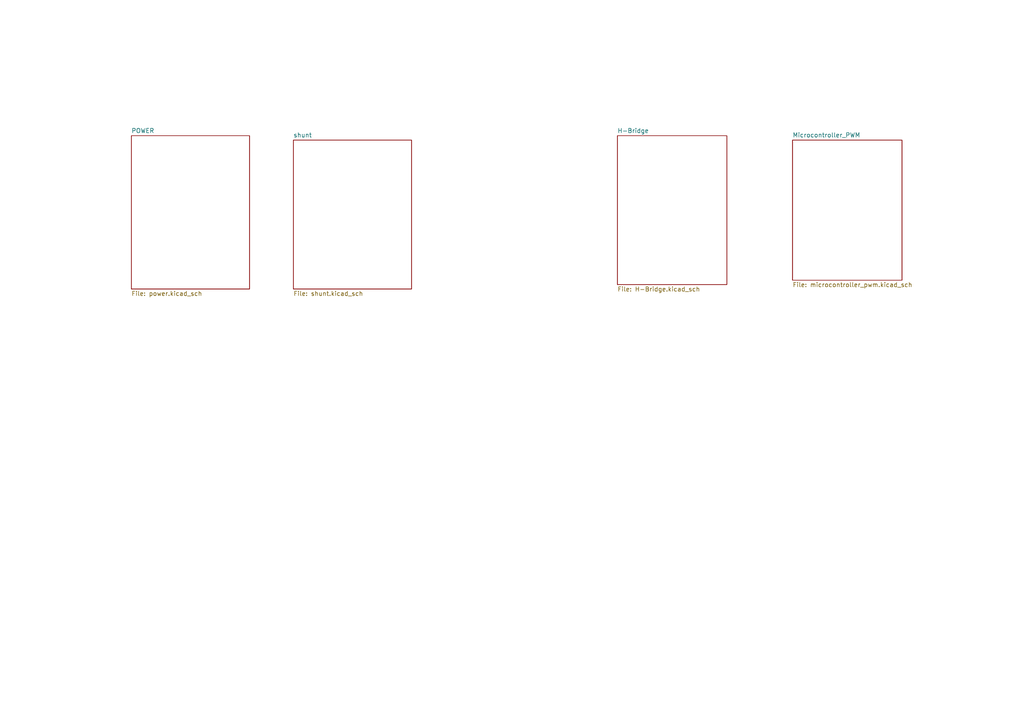
<source format=kicad_sch>
(kicad_sch
	(version 20231120)
	(generator "eeschema")
	(generator_version "8.0")
	(uuid "fc60c7e1-3603-4753-a333-d4a66d2fbdcd")
	(paper "A4")
	(lib_symbols)
	(sheet
		(at 85.09 40.64)
		(size 34.29 43.18)
		(fields_autoplaced yes)
		(stroke
			(width 0.1524)
			(type solid)
		)
		(fill
			(color 0 0 0 0.0000)
		)
		(uuid "19210d93-357c-42fe-83a1-375dc531de12")
		(property "Sheetname" "shunt"
			(at 85.09 39.9284 0)
			(effects
				(font
					(size 1.27 1.27)
				)
				(justify left bottom)
			)
		)
		(property "Sheetfile" "shunt.kicad_sch"
			(at 85.09 84.4046 0)
			(effects
				(font
					(size 1.27 1.27)
				)
				(justify left top)
			)
		)
		(instances
			(project "Motor_H_bridge"
				(path "/fc60c7e1-3603-4753-a333-d4a66d2fbdcd"
					(page "5")
				)
			)
		)
	)
	(sheet
		(at 179.07 39.37)
		(size 31.75 43.18)
		(fields_autoplaced yes)
		(stroke
			(width 0.1524)
			(type solid)
		)
		(fill
			(color 0 0 0 0.0000)
		)
		(uuid "6bf28f29-9bd0-4d91-9e75-592fa04ea5b5")
		(property "Sheetname" "H-Bridge"
			(at 179.07 38.6584 0)
			(effects
				(font
					(size 1.27 1.27)
				)
				(justify left bottom)
			)
		)
		(property "Sheetfile" "H-Bridge.kicad_sch"
			(at 179.07 83.1346 0)
			(effects
				(font
					(size 1.27 1.27)
				)
				(justify left top)
			)
		)
		(instances
			(project "Motor_H_bridge"
				(path "/fc60c7e1-3603-4753-a333-d4a66d2fbdcd"
					(page "3")
				)
			)
		)
	)
	(sheet
		(at 229.87 40.64)
		(size 31.75 40.64)
		(fields_autoplaced yes)
		(stroke
			(width 0.1524)
			(type solid)
		)
		(fill
			(color 0 0 0 0.0000)
		)
		(uuid "b71456f5-c3d1-4a85-8733-f130e0be87f0")
		(property "Sheetname" "Microcontroller_PWM"
			(at 229.87 39.9284 0)
			(effects
				(font
					(size 1.27 1.27)
				)
				(justify left bottom)
			)
		)
		(property "Sheetfile" "microcontroller_pwm.kicad_sch"
			(at 229.87 81.8646 0)
			(effects
				(font
					(size 1.27 1.27)
				)
				(justify left top)
			)
		)
		(instances
			(project "Motor_H_bridge"
				(path "/fc60c7e1-3603-4753-a333-d4a66d2fbdcd"
					(page "4")
				)
			)
		)
	)
	(sheet
		(at 38.1 39.37)
		(size 34.29 44.45)
		(fields_autoplaced yes)
		(stroke
			(width 0.1524)
			(type solid)
		)
		(fill
			(color 0 0 0 0.0000)
		)
		(uuid "e49ab05c-1aa7-42f3-aba1-f836775de8a9")
		(property "Sheetname" "POWER"
			(at 38.1 38.6584 0)
			(effects
				(font
					(size 1.27 1.27)
				)
				(justify left bottom)
			)
		)
		(property "Sheetfile" "power.kicad_sch"
			(at 38.1 84.4046 0)
			(effects
				(font
					(size 1.27 1.27)
				)
				(justify left top)
			)
		)
		(instances
			(project "Motor_H_bridge"
				(path "/fc60c7e1-3603-4753-a333-d4a66d2fbdcd"
					(page "2")
				)
			)
		)
	)
	(sheet_instances
		(path "/"
			(page "1")
		)
	)
)

</source>
